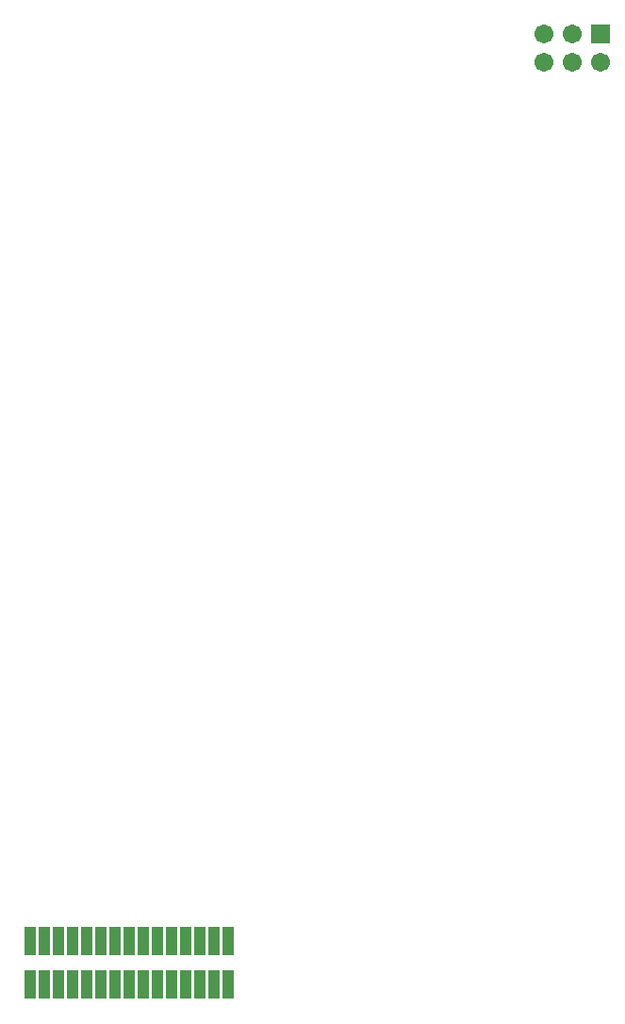
<source format=gbs>
%FSLAX25Y25*%
%MOIN*%
G70*
G01*
G75*
G04 Layer_Color=16711935*
%ADD10R,0.07087X0.03937*%
%ADD11O,0.08465X0.02756*%
%ADD12R,0.05100X0.05100*%
%ADD13R,0.02559X0.06496*%
%ADD14R,0.05100X0.05100*%
%ADD15O,0.01102X0.07087*%
%ADD16O,0.07087X0.01102*%
%ADD17R,0.07480X0.09449*%
%ADD18R,0.10799X0.08500*%
%ADD19C,0.01102*%
%ADD20C,0.01000*%
%ADD21C,0.02362*%
%ADD22C,0.01500*%
%ADD23C,0.01200*%
%ADD24C,0.03000*%
%ADD25C,0.02000*%
%ADD26C,0.02500*%
%ADD27C,0.04000*%
%ADD28C,0.04331*%
%ADD29R,0.18600X0.07100*%
%ADD30R,0.10000X0.05300*%
%ADD31R,0.19700X0.10000*%
%ADD32C,0.05906*%
%ADD33R,0.05906X0.05906*%
%ADD34C,0.02000*%
%ADD35C,0.03000*%
G04:AMPARAMS|DCode=36|XSize=94.49mil|YSize=29.13mil|CornerRadius=0.73mil|HoleSize=0mil|Usage=FLASHONLY|Rotation=270.000|XOffset=0mil|YOffset=0mil|HoleType=Round|Shape=RoundedRectangle|*
%AMROUNDEDRECTD36*
21,1,0.09449,0.02768,0,0,270.0*
21,1,0.09303,0.02913,0,0,270.0*
1,1,0.00146,-0.01384,-0.04652*
1,1,0.00146,-0.01384,0.04652*
1,1,0.00146,0.01384,0.04652*
1,1,0.00146,0.01384,-0.04652*
%
%ADD36ROUNDEDRECTD36*%
%ADD37R,0.15700X0.09409*%
%ADD38C,0.00984*%
%ADD39C,0.01969*%
%ADD40C,0.01181*%
%ADD41C,0.00500*%
%ADD42C,0.00787*%
%ADD43C,0.00700*%
%ADD44C,0.00394*%
%ADD45C,0.00591*%
%ADD46R,0.08221X0.00898*%
%ADD47C,0.03937*%
%ADD48R,0.07887X0.04737*%
%ADD49O,0.09265X0.03556*%
%ADD50R,0.05900X0.05900*%
%ADD51R,0.03359X0.07296*%
%ADD52R,0.05900X0.05900*%
%ADD53O,0.01502X0.07487*%
%ADD54O,0.07487X0.01502*%
%ADD55R,0.08280X0.10249*%
%ADD56R,0.11599X0.09300*%
%ADD57C,0.06706*%
%ADD58R,0.06706X0.06706*%
G04:AMPARAMS|DCode=59|XSize=102.49mil|YSize=37.13mil|CornerRadius=0.93mil|HoleSize=0mil|Usage=FLASHONLY|Rotation=270.000|XOffset=0mil|YOffset=0mil|HoleType=Round|Shape=RoundedRectangle|*
%AMROUNDEDRECTD59*
21,1,0.10249,0.03528,0,0,270.0*
21,1,0.10063,0.03713,0,0,270.0*
1,1,0.00186,-0.01764,-0.05032*
1,1,0.00186,-0.01764,0.05032*
1,1,0.00186,0.01764,0.05032*
1,1,0.00186,0.01764,-0.05032*
%
%ADD59ROUNDEDRECTD59*%
D57*
X85481Y-23107D02*
D03*
X105481Y-23107D02*
D03*
X85481Y-13107D02*
D03*
X95481Y-23107D02*
D03*
X95481Y-13107D02*
D03*
D58*
X105481Y-13107D02*
D03*
D59*
X-96319Y-349184D02*
D03*
X-91319D02*
D03*
X-86319Y-349184D02*
D03*
X-81319Y-349184D02*
D03*
X-76319Y-349184D02*
D03*
X-71319D02*
D03*
X-66319Y-349184D02*
D03*
X-61319Y-349184D02*
D03*
X-56319Y-349184D02*
D03*
X-51319Y-349184D02*
D03*
X-46319D02*
D03*
X-41319Y-349184D02*
D03*
X-36319Y-349184D02*
D03*
X-31319Y-349184D02*
D03*
X-26319Y-349184D02*
D03*
X-96319Y-333830D02*
D03*
X-91319Y-333830D02*
D03*
X-86319Y-333830D02*
D03*
X-81319Y-333830D02*
D03*
X-76319Y-333830D02*
D03*
X-71319D02*
D03*
X-66319Y-333830D02*
D03*
X-61319D02*
D03*
X-56319D02*
D03*
X-51319Y-333830D02*
D03*
X-46319D02*
D03*
X-41319Y-333830D02*
D03*
X-36319Y-333830D02*
D03*
X-31319Y-333830D02*
D03*
X-26319Y-333830D02*
D03*
M02*

</source>
